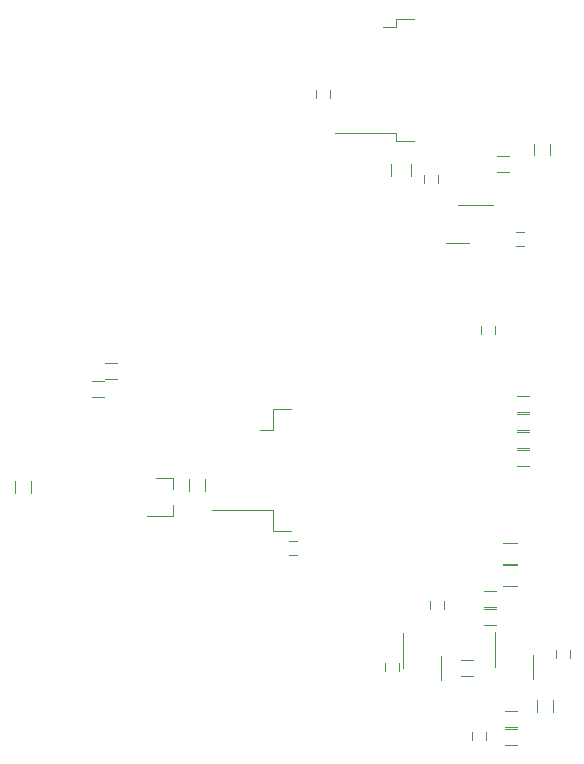
<source format=gbr>
G04 #@! TF.GenerationSoftware,KiCad,Pcbnew,(5.0.0)*
G04 #@! TF.CreationDate,2018-10-20T16:06:51+08:00*
G04 #@! TF.ProjectId,PSU 4CH V1,505355203443482056312E6B69636164,rev?*
G04 #@! TF.SameCoordinates,Original*
G04 #@! TF.FileFunction,Legend,Bot*
G04 #@! TF.FilePolarity,Positive*
%FSLAX46Y46*%
G04 Gerber Fmt 4.6, Leading zero omitted, Abs format (unit mm)*
G04 Created by KiCad (PCBNEW (5.0.0)) date 10/20/18 16:06:51*
%MOMM*%
%LPD*%
G01*
G04 APERTURE LIST*
%ADD10C,0.120000*%
G04 APERTURE END LIST*
D10*
G04 #@! TO.C,C1*
X131988000Y-145126000D02*
X131988000Y-145826000D01*
X133188000Y-145826000D02*
X133188000Y-145126000D01*
G04 #@! TO.C,C2*
X139354000Y-150968000D02*
X139354000Y-151668000D01*
X140554000Y-151668000D02*
X140554000Y-150968000D01*
G04 #@! TO.C,C3*
X135290000Y-103790000D02*
X135290000Y-104490000D01*
X136490000Y-104490000D02*
X136490000Y-103790000D01*
G04 #@! TO.C,C4*
X136998000Y-140558000D02*
X136998000Y-139858000D01*
X135798000Y-139858000D02*
X135798000Y-140558000D01*
G04 #@! TO.C,C5*
X147666000Y-144688000D02*
X147666000Y-143988000D01*
X146466000Y-143988000D02*
X146466000Y-144688000D01*
G04 #@! TO.C,C6*
X143094000Y-109820000D02*
X143794000Y-109820000D01*
X143794000Y-108620000D02*
X143094000Y-108620000D01*
G04 #@! TO.C,C7*
X124612000Y-134782000D02*
X123912000Y-134782000D01*
X123912000Y-135982000D02*
X124612000Y-135982000D01*
G04 #@! TO.C,C8*
X126146000Y-96612000D02*
X126146000Y-97312000D01*
X127346000Y-97312000D02*
X127346000Y-96612000D01*
G04 #@! TO.C,C11*
X132500000Y-103898000D02*
X132500000Y-102898000D01*
X134200000Y-102898000D02*
X134200000Y-103898000D01*
G04 #@! TO.C,C14*
X140116000Y-116556000D02*
X140116000Y-117256000D01*
X141316000Y-117256000D02*
X141316000Y-116556000D01*
G04 #@! TO.C,Q1*
X114060000Y-129484000D02*
X112600000Y-129484000D01*
X114060000Y-132644000D02*
X111900000Y-132644000D01*
X114060000Y-132644000D02*
X114060000Y-131714000D01*
X114060000Y-129484000D02*
X114060000Y-130414000D01*
G04 #@! TO.C,R1*
X142486000Y-102190000D02*
X141486000Y-102190000D01*
X141486000Y-103550000D02*
X142486000Y-103550000D01*
G04 #@! TO.C,R2*
X145968000Y-102143000D02*
X145968000Y-101143000D01*
X144608000Y-101143000D02*
X144608000Y-102143000D01*
G04 #@! TO.C,R3*
X116758000Y-130548000D02*
X116758000Y-129548000D01*
X115398000Y-129548000D02*
X115398000Y-130548000D01*
G04 #@! TO.C,R4*
X144180000Y-122510000D02*
X143180000Y-122510000D01*
X143180000Y-123870000D02*
X144180000Y-123870000D01*
G04 #@! TO.C,R5*
X143180000Y-125394000D02*
X144180000Y-125394000D01*
X144180000Y-124034000D02*
X143180000Y-124034000D01*
G04 #@! TO.C,R6*
X143180000Y-126918000D02*
X144180000Y-126918000D01*
X144180000Y-125558000D02*
X143180000Y-125558000D01*
G04 #@! TO.C,R7*
X144180000Y-127082000D02*
X143180000Y-127082000D01*
X143180000Y-128442000D02*
X144180000Y-128442000D01*
G04 #@! TO.C,R8*
X139438000Y-144862000D02*
X138438000Y-144862000D01*
X138438000Y-146222000D02*
X139438000Y-146222000D01*
G04 #@! TO.C,R9*
X146222000Y-149260000D02*
X146222000Y-148260000D01*
X144862000Y-148260000D02*
X144862000Y-149260000D01*
G04 #@! TO.C,R10*
X142164000Y-152064000D02*
X143164000Y-152064000D01*
X143164000Y-150704000D02*
X142164000Y-150704000D01*
G04 #@! TO.C,R11*
X142164000Y-150540000D02*
X143164000Y-150540000D01*
X143164000Y-149180000D02*
X142164000Y-149180000D01*
G04 #@! TO.C,R12*
X143199999Y-136825999D02*
X141999999Y-136825999D01*
X141999999Y-138585999D02*
X143199999Y-138585999D01*
G04 #@! TO.C,R13*
X141999999Y-136705999D02*
X143199999Y-136705999D01*
X143199999Y-134945999D02*
X141999999Y-134945999D01*
G04 #@! TO.C,R14*
X140386000Y-141904000D02*
X141386000Y-141904000D01*
X141386000Y-140544000D02*
X140386000Y-140544000D01*
G04 #@! TO.C,R15*
X140386000Y-140380000D02*
X141386000Y-140380000D01*
X141386000Y-139020000D02*
X140386000Y-139020000D01*
G04 #@! TO.C,R16*
X102026000Y-130718000D02*
X102026000Y-129718000D01*
X100666000Y-129718000D02*
X100666000Y-130718000D01*
G04 #@! TO.C,R17*
X109296000Y-119716000D02*
X108296000Y-119716000D01*
X108296000Y-121076000D02*
X109296000Y-121076000D01*
G04 #@! TO.C,R18*
X107196000Y-122600000D02*
X108196000Y-122600000D01*
X108196000Y-121240000D02*
X107196000Y-121240000D01*
G04 #@! TO.C,U1*
X133508000Y-145542000D02*
X133508000Y-142542000D01*
X136748000Y-146542000D02*
X136748000Y-144542000D01*
G04 #@! TO.C,U2*
X141311000Y-145456000D02*
X141311000Y-142456000D01*
X144551000Y-146456000D02*
X144551000Y-144456000D01*
G04 #@! TO.C,U3*
X137176000Y-109570000D02*
X139176000Y-109570000D01*
X138176000Y-106330000D02*
X141176000Y-106330000D01*
G04 #@! TO.C,U4*
X132940000Y-91248000D02*
X131840000Y-91248000D01*
X132940000Y-90558000D02*
X132940000Y-91248000D01*
X134440000Y-90558000D02*
X132940000Y-90558000D01*
X132940000Y-100268000D02*
X127815000Y-100268000D01*
X132940000Y-100958000D02*
X132940000Y-100268000D01*
X134440000Y-100958000D02*
X132940000Y-100958000D01*
G04 #@! TO.C,U5*
X122526000Y-125388000D02*
X121426000Y-125388000D01*
X122526000Y-123578000D02*
X122526000Y-125388000D01*
X124026000Y-123578000D02*
X122526000Y-123578000D01*
X122526000Y-132168000D02*
X117401000Y-132168000D01*
X122526000Y-133978000D02*
X122526000Y-132168000D01*
X124026000Y-133978000D02*
X122526000Y-133978000D01*
G04 #@! TD*
M02*

</source>
